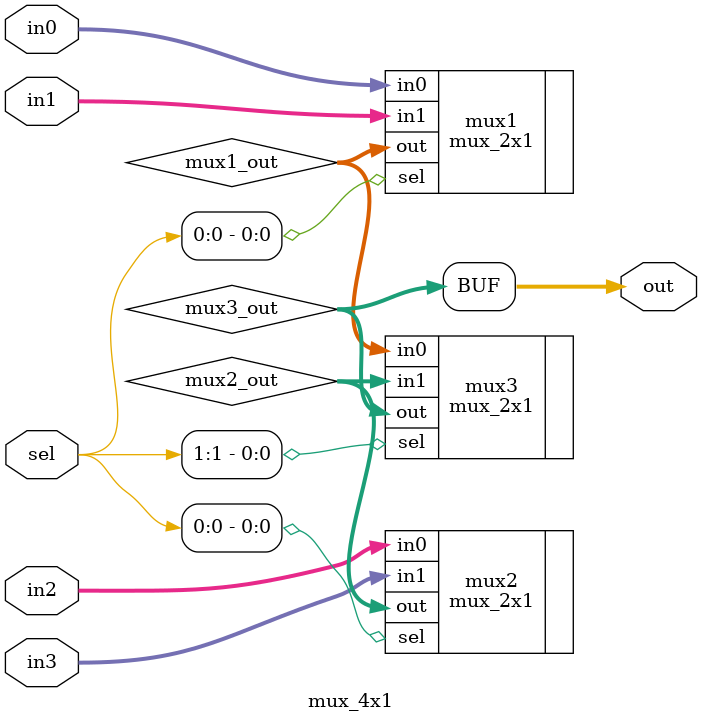
<source format=v>
module mux_4x1 #(parameter BITS = 4) (
    input [BITS - 1 : 0] in0, in1, in2, in3,
    input [1 : 0] sel,
    output [BITS - 1 : 0] out
);
    wire [BITS - 1 : 0] mux1_out, mux2_out, mux3_out;

    mux_2x1 #(.BITS(BITS)) mux1 (.in0(in0), .in1(in1), .sel(sel[0]), .out(mux1_out));
    mux_2x1 #(.BITS(BITS)) mux2 (.in0(in2), .in1(in3), .sel(sel[0]), .out(mux2_out));
    mux_2x1 #(.BITS(BITS)) mux3 (.in0(mux1_out), .in1(mux2_out), .sel(sel[1]), .out(mux3_out));

    assign out = mux3_out;
endmodule
</source>
